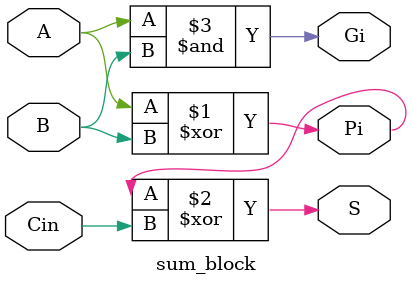
<source format=v>
module sum_block (A, B, Cin, S, Pi, Gi);
    input A,B,Cin;
    output Pi, Gi, S;

    xor X0 (Pi, A , B);    //Calculate the Propogate Pi
    xor X1 (S, Pi, Cin);   //Output the sum S

    and A0 (Gi, A, B);     //Calculate the Generate 'Gi'

endmodule

</source>
